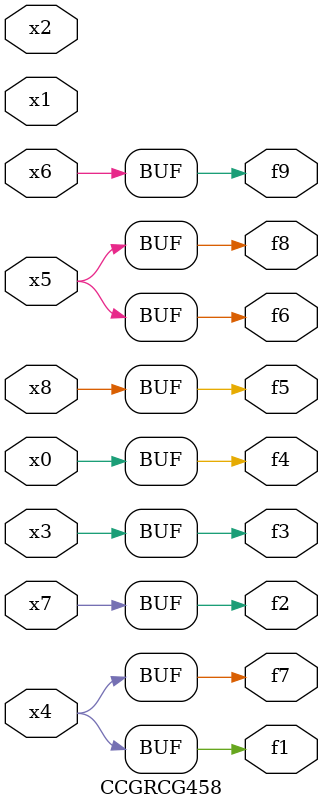
<source format=v>
module CCGRCG458(
	input x0, x1, x2, x3, x4, x5, x6, x7, x8,
	output f1, f2, f3, f4, f5, f6, f7, f8, f9
);
	assign f1 = x4;
	assign f2 = x7;
	assign f3 = x3;
	assign f4 = x0;
	assign f5 = x8;
	assign f6 = x5;
	assign f7 = x4;
	assign f8 = x5;
	assign f9 = x6;
endmodule

</source>
